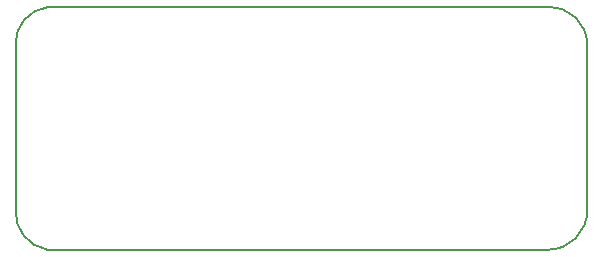
<source format=gm1>
%TF.GenerationSoftware,KiCad,Pcbnew,(6.0.8)*%
%TF.CreationDate,2022-10-25T17:59:58+08:00*%
%TF.ProjectId,UINIO-MCU-STM32L051K8,55494e49-4f2d-44d4-9355-2d53544d3332,rev?*%
%TF.SameCoordinates,Original*%
%TF.FileFunction,Profile,NP*%
%FSLAX46Y46*%
G04 Gerber Fmt 4.6, Leading zero omitted, Abs format (unit mm)*
G04 Created by KiCad (PCBNEW (6.0.8)) date 2022-10-25 17:59:58*
%MOMM*%
%LPD*%
G01*
G04 APERTURE LIST*
%TA.AperFunction,Profile*%
%ADD10C,0.200000*%
%TD*%
G04 APERTURE END LIST*
D10*
X177000008Y-92630000D02*
G75*
G03*
X173700000Y-89450000I-3155008J28200D01*
G01*
X128599998Y-106630000D02*
G75*
G03*
X131300000Y-109980000I3235802J-155100D01*
G01*
X173700000Y-109980000D02*
X131300000Y-109980000D01*
X177000000Y-92630000D02*
X177000000Y-106630000D01*
X128600000Y-92630000D02*
X128600000Y-106630000D01*
X131299996Y-89449969D02*
G75*
G03*
X128600000Y-92630000I382904J-3061331D01*
G01*
X173700000Y-109980050D02*
G75*
G03*
X177000000Y-106630000I-8300J3308550D01*
G01*
X173700000Y-89450000D02*
X131300000Y-89450000D01*
M02*

</source>
